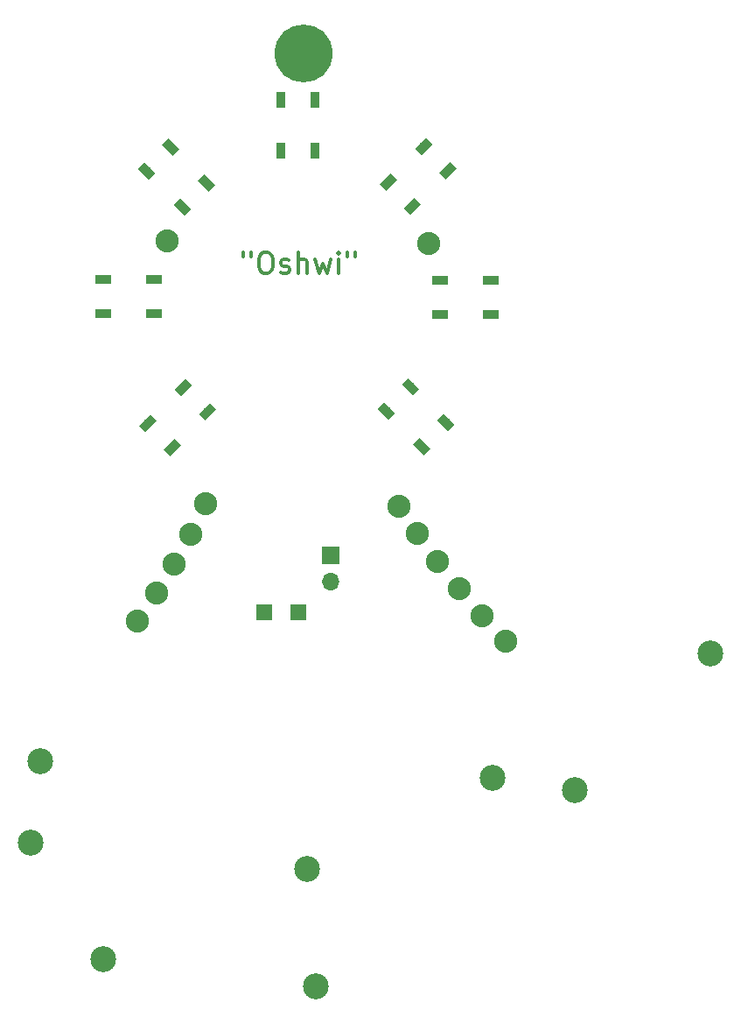
<source format=gtl>
G04 #@! TF.GenerationSoftware,KiCad,Pcbnew,(2017-05-14 revision 14bb238b3)-makepkg*
G04 #@! TF.CreationDate,2017-07-12T11:42:09-06:00*
G04 #@! TF.ProjectId,001,3030312E6B696361645F706362000000,rev?*
G04 #@! TF.FileFunction,Copper,L1,Top,Signal*
G04 #@! TF.FilePolarity,Positive*
%FSLAX46Y46*%
G04 Gerber Fmt 4.6, Leading zero omitted, Abs format (unit mm)*
G04 Created by KiCad (PCBNEW (2017-05-14 revision 14bb238b3)-makepkg) date 07/12/17 11:42:09*
%MOMM*%
%LPD*%
G01*
G04 APERTURE LIST*
%ADD10C,0.100000*%
%ADD11C,0.300000*%
%ADD12C,2.235200*%
%ADD13C,0.889000*%
%ADD14R,0.889000X1.498600*%
%ADD15R,1.498600X0.889000*%
%ADD16R,1.500000X1.500000*%
%ADD17O,1.700000X1.700000*%
%ADD18R,1.700000X1.700000*%
%ADD19C,2.500000*%
%ADD20C,5.600000*%
G04 APERTURE END LIST*
D10*
D11*
X124669548Y-65577441D02*
X124669548Y-65958394D01*
X125431453Y-65577441D02*
X125431453Y-65958394D01*
X126669548Y-65577441D02*
X127050500Y-65577441D01*
X127240977Y-65672680D01*
X127431453Y-65863156D01*
X127526691Y-66244108D01*
X127526691Y-66910775D01*
X127431453Y-67291727D01*
X127240977Y-67482203D01*
X127050500Y-67577441D01*
X126669548Y-67577441D01*
X126479072Y-67482203D01*
X126288596Y-67291727D01*
X126193358Y-66910775D01*
X126193358Y-66244108D01*
X126288596Y-65863156D01*
X126479072Y-65672680D01*
X126669548Y-65577441D01*
X128288596Y-67482203D02*
X128479072Y-67577441D01*
X128860024Y-67577441D01*
X129050500Y-67482203D01*
X129145739Y-67291727D01*
X129145739Y-67196489D01*
X129050500Y-67006013D01*
X128860024Y-66910775D01*
X128574310Y-66910775D01*
X128383834Y-66815537D01*
X128288596Y-66625060D01*
X128288596Y-66529822D01*
X128383834Y-66339346D01*
X128574310Y-66244108D01*
X128860024Y-66244108D01*
X129050500Y-66339346D01*
X130002881Y-67577441D02*
X130002881Y-65577441D01*
X130860024Y-67577441D02*
X130860024Y-66529822D01*
X130764786Y-66339346D01*
X130574310Y-66244108D01*
X130288596Y-66244108D01*
X130098120Y-66339346D01*
X130002881Y-66434584D01*
X131621929Y-66244108D02*
X132002881Y-67577441D01*
X132383834Y-66625060D01*
X132764786Y-67577441D01*
X133145739Y-66244108D01*
X133907643Y-67577441D02*
X133907643Y-66244108D01*
X133907643Y-65577441D02*
X133812405Y-65672680D01*
X133907643Y-65767918D01*
X134002881Y-65672680D01*
X133907643Y-65577441D01*
X133907643Y-65767918D01*
X134764786Y-65577441D02*
X134764786Y-65958394D01*
X135526691Y-65577441D02*
X135526691Y-65958394D01*
D12*
X119557120Y-92824520D03*
X145551480Y-98082320D03*
X121050640Y-89837480D03*
X147766360Y-100657880D03*
X117967080Y-95730280D03*
X139719640Y-90127040D03*
X116311000Y-98458240D03*
X150082840Y-103172480D03*
X114390760Y-101176040D03*
D13*
X141017064Y-61116282D03*
D10*
G36*
X140801538Y-61960426D02*
X140172920Y-61331808D01*
X141232590Y-60272138D01*
X141861208Y-60900756D01*
X140801538Y-61960426D01*
X140801538Y-61960426D01*
G37*
D13*
X138682198Y-58781416D03*
D10*
G36*
X138466672Y-59625560D02*
X137838054Y-58996942D01*
X138897724Y-57937272D01*
X139526342Y-58565890D01*
X138466672Y-59625560D01*
X138466672Y-59625560D01*
G37*
D13*
X142130616Y-55332998D03*
D10*
G36*
X141915090Y-56177142D02*
X141286472Y-55548524D01*
X142346142Y-54488854D01*
X142974760Y-55117472D01*
X141915090Y-56177142D01*
X141915090Y-56177142D01*
G37*
D13*
X144465482Y-57667864D03*
D10*
G36*
X144249956Y-58512008D02*
X143621338Y-57883390D01*
X144681008Y-56823720D01*
X145309626Y-57452338D01*
X144249956Y-58512008D01*
X144249956Y-58512008D01*
G37*
D14*
X131571320Y-50868800D03*
X128269320Y-50868800D03*
X128269320Y-55745600D03*
X131571320Y-55745600D03*
D13*
X115324358Y-57723744D03*
D10*
G36*
X114480214Y-57508218D02*
X115108832Y-56879600D01*
X116168502Y-57939270D01*
X115539884Y-58567888D01*
X114480214Y-57508218D01*
X114480214Y-57508218D01*
G37*
D13*
X117659224Y-55388878D03*
D10*
G36*
X116815080Y-55173352D02*
X117443698Y-54544734D01*
X118503368Y-55604404D01*
X117874750Y-56233022D01*
X116815080Y-55173352D01*
X116815080Y-55173352D01*
G37*
D13*
X121107642Y-58837296D03*
D10*
G36*
X120263498Y-58621770D02*
X120892116Y-57993152D01*
X121951786Y-59052822D01*
X121323168Y-59681440D01*
X120263498Y-58621770D01*
X120263498Y-58621770D01*
G37*
D13*
X118772776Y-61172162D03*
D10*
G36*
X117928632Y-60956636D02*
X118557250Y-60328018D01*
X119616920Y-61387688D01*
X118988302Y-62016306D01*
X117928632Y-60956636D01*
X117928632Y-60956636D01*
G37*
D15*
X116006200Y-71447880D03*
X116006200Y-68145880D03*
X111129400Y-68145880D03*
X111129400Y-71447880D03*
D13*
X117770984Y-84418242D03*
D10*
G36*
X117555458Y-85262386D02*
X116926840Y-84633768D01*
X117986510Y-83574098D01*
X118615128Y-84202716D01*
X117555458Y-85262386D01*
X117555458Y-85262386D01*
G37*
D13*
X115436118Y-82083376D03*
D10*
G36*
X115220592Y-82927520D02*
X114591974Y-82298902D01*
X115651644Y-81239232D01*
X116280262Y-81867850D01*
X115220592Y-82927520D01*
X115220592Y-82927520D01*
G37*
D13*
X118884536Y-78634958D03*
D10*
G36*
X118669010Y-79479102D02*
X118040392Y-78850484D01*
X119100062Y-77790814D01*
X119728680Y-78419432D01*
X118669010Y-79479102D01*
X118669010Y-79479102D01*
G37*
D13*
X121219402Y-80969824D03*
D10*
G36*
X121003876Y-81813968D02*
X120375258Y-81185350D01*
X121434928Y-80125680D01*
X122063546Y-80754298D01*
X121003876Y-81813968D01*
X121003876Y-81813968D01*
G37*
D13*
X141962976Y-84336962D03*
D10*
G36*
X141118832Y-84121436D02*
X141747450Y-83492818D01*
X142807120Y-84552488D01*
X142178502Y-85181106D01*
X141118832Y-84121436D01*
X141118832Y-84121436D01*
G37*
D13*
X144297842Y-82002096D03*
D10*
G36*
X143453698Y-81786570D02*
X144082316Y-81157952D01*
X145141986Y-82217622D01*
X144513368Y-82846240D01*
X143453698Y-81786570D01*
X143453698Y-81786570D01*
G37*
D13*
X140849424Y-78553678D03*
D10*
G36*
X140005280Y-78338152D02*
X140633898Y-77709534D01*
X141693568Y-78769204D01*
X141064950Y-79397822D01*
X140005280Y-78338152D01*
X140005280Y-78338152D01*
G37*
D13*
X138514558Y-80888544D03*
D10*
G36*
X137670414Y-80673018D02*
X138299032Y-80044400D01*
X139358702Y-81104070D01*
X138730084Y-81732688D01*
X137670414Y-80673018D01*
X137670414Y-80673018D01*
G37*
D15*
X143743000Y-71569800D03*
X143743000Y-68267800D03*
X148619800Y-68267800D03*
X148619800Y-71569800D03*
D12*
X143478840Y-95440720D03*
X141528120Y-92758480D03*
X117316840Y-64452720D03*
D16*
X126708000Y-100396000D03*
X130008000Y-100396000D03*
D12*
X142584760Y-64737200D03*
D17*
X133121000Y-97373700D03*
D18*
X133121000Y-94833700D03*
D19*
X148802680Y-116329680D03*
X156783360Y-117574280D03*
X131698320Y-136543000D03*
X130829640Y-125204440D03*
X111083680Y-133881080D03*
X104083440Y-122618720D03*
X104987680Y-114739640D03*
X169887220Y-104333260D03*
D20*
X130514680Y-46327280D03*
M02*

</source>
